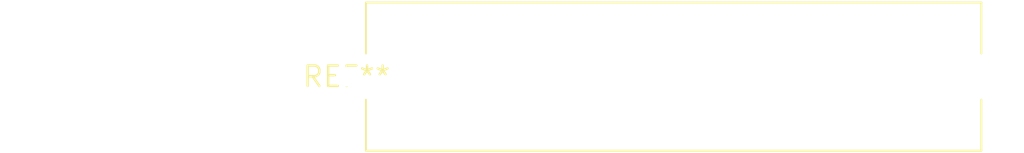
<source format=kicad_pcb>
(kicad_pcb (version 20240108) (generator pcbnew)
  (layers (0 "F.Cu" signal) (31 "B.Cu" signal) (34 "B.Paste" user) (35 "F.Paste" user) (36 "B.SilkS" user "B.Silkscreen") (37 "F.SilkS" user "F.Silkscreen") (38 "B.Mask" user) (39 "F.Mask" user) (44 "Edge.Cuts" user))
  (net 0 "")
  (footprint "R_Axial_Power_L38.0mm_W9.0mm_P40.64mm" (layer "F.Cu") (at 0 0)
    (property "Reference" "REF**")
    (property "Value" "R_Axial_Power_L38.0mm_W9.0mm_P40.64mm")
    (fp_line (start 1.2 -4.62) (end 39.44 -4.62) (layer "F.SilkS") (stroke (width 0.12)))
    (fp_line (start 1.2 -1.44) (end 1.2 -4.62) (layer "F.SilkS") (stroke (width 0.12)))
    (fp_line (start 1.2 1.44) (end 1.2 4.62) (layer "F.SilkS") (stroke (width 0.12)))
    (fp_line (start 1.2 4.62) (end 39.44 4.62) (layer "F.SilkS") (stroke (width 0.12)))
    (fp_line (start 39.44 -4.62) (end 39.44 -1.44) (layer "F.SilkS") (stroke (width 0.12)))
    (fp_line (start 39.44 4.62) (end 39.44 1.44) (layer "F.SilkS") (stroke (width 0.12)))
    (pad "1" thru_hole circle (at 0 0) (size 2.4 2.4) (drill 1.2) (layers *.Cu *.Mask) (remove_unused_layers))
    (pad "2" thru_hole oval (at 40.64 0) (size 2.4 2.4) (drill 1.2) (layers *.Cu *.Mask) (remove_unused_layers))
  )
)
</source>
